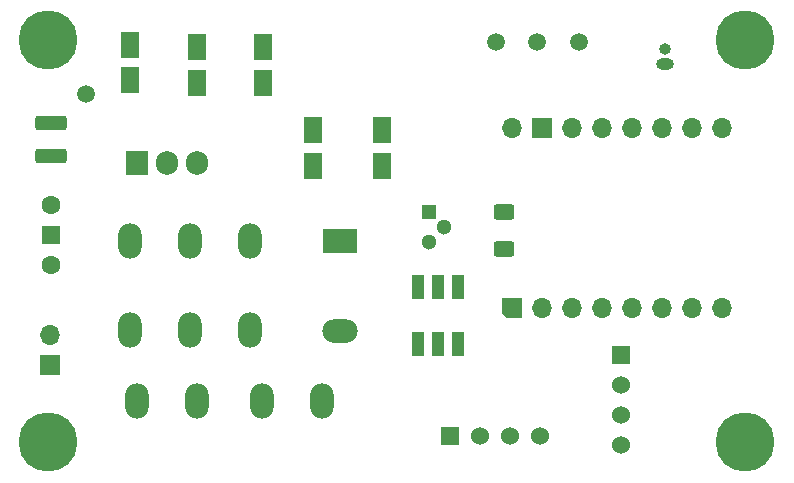
<source format=gbr>
%TF.GenerationSoftware,KiCad,Pcbnew,8.0.4*%
%TF.CreationDate,2024-07-28T00:02:19-04:00*%
%TF.ProjectId,ESP32-C3-WROOM-Node-Temperature,45535033-322d-4433-932d-57524f4f4d2d,rev?*%
%TF.SameCoordinates,Original*%
%TF.FileFunction,Soldermask,Top*%
%TF.FilePolarity,Negative*%
%FSLAX46Y46*%
G04 Gerber Fmt 4.6, Leading zero omitted, Abs format (unit mm)*
G04 Created by KiCad (PCBNEW 8.0.4) date 2024-07-28 00:02:19*
%MOMM*%
%LPD*%
G01*
G04 APERTURE LIST*
G04 Aperture macros list*
%AMRoundRect*
0 Rectangle with rounded corners*
0 $1 Rounding radius*
0 $2 $3 $4 $5 $6 $7 $8 $9 X,Y pos of 4 corners*
0 Add a 4 corners polygon primitive as box body*
4,1,4,$2,$3,$4,$5,$6,$7,$8,$9,$2,$3,0*
0 Add four circle primitives for the rounded corners*
1,1,$1+$1,$2,$3*
1,1,$1+$1,$4,$5*
1,1,$1+$1,$6,$7*
1,1,$1+$1,$8,$9*
0 Add four rect primitives between the rounded corners*
20,1,$1+$1,$2,$3,$4,$5,0*
20,1,$1+$1,$4,$5,$6,$7,0*
20,1,$1+$1,$6,$7,$8,$9,0*
20,1,$1+$1,$8,$9,$2,$3,0*%
%AMOutline5P*
0 Free polygon, 5 corners , with rotation*
0 The origin of the aperture is its center*
0 number of corners: always 5*
0 $1 to $10 corner X, Y*
0 $11 Rotation angle, in degrees counterclockwise*
0 create outline with 5 corners*
4,1,5,$1,$2,$3,$4,$5,$6,$7,$8,$9,$10,$1,$2,$11*%
%AMOutline6P*
0 Free polygon, 6 corners , with rotation*
0 The origin of the aperture is its center*
0 number of corners: always 6*
0 $1 to $12 corner X, Y*
0 $13 Rotation angle, in degrees counterclockwise*
0 create outline with 6 corners*
4,1,6,$1,$2,$3,$4,$5,$6,$7,$8,$9,$10,$11,$12,$1,$2,$13*%
%AMOutline7P*
0 Free polygon, 7 corners , with rotation*
0 The origin of the aperture is its center*
0 number of corners: always 7*
0 $1 to $14 corner X, Y*
0 $15 Rotation angle, in degrees counterclockwise*
0 create outline with 7 corners*
4,1,7,$1,$2,$3,$4,$5,$6,$7,$8,$9,$10,$11,$12,$13,$14,$1,$2,$15*%
%AMOutline8P*
0 Free polygon, 8 corners , with rotation*
0 The origin of the aperture is its center*
0 number of corners: always 8*
0 $1 to $16 corner X, Y*
0 $17 Rotation angle, in degrees counterclockwise*
0 create outline with 8 corners*
4,1,8,$1,$2,$3,$4,$5,$6,$7,$8,$9,$10,$11,$12,$13,$14,$15,$16,$1,$2,$17*%
G04 Aperture macros list end*
%ADD10R,1.600000X2.200000*%
%ADD11R,1.300000X1.300000*%
%ADD12C,1.300000*%
%ADD13C,1.500000*%
%ADD14O,2.000000X3.000000*%
%ADD15R,1.524000X1.524000*%
%ADD16C,1.524000*%
%ADD17RoundRect,0.250000X-0.625000X0.400000X-0.625000X-0.400000X0.625000X-0.400000X0.625000X0.400000X0*%
%ADD18R,1.700000X1.700000*%
%ADD19O,1.700000X1.700000*%
%ADD20R,1.100000X2.000000*%
%ADD21Outline5P,-0.850000X0.425000X-0.425000X0.850000X0.850000X0.850000X0.850000X-0.850000X-0.850000X-0.850000X90.000000*%
%ADD22C,5.000000*%
%ADD23R,1.905000X2.000000*%
%ADD24O,1.905000X2.000000*%
%ADD25RoundRect,0.250000X-1.075000X0.375000X-1.075000X-0.375000X1.075000X-0.375000X1.075000X0.375000X0*%
%ADD26R,3.000000X2.000000*%
%ADD27O,3.000000X2.000000*%
%ADD28O,1.500000X1.000000*%
%ADD29O,1.000000X1.000000*%
%ADD30R,1.500000X1.500000*%
%ADD31C,1.600000*%
G04 APERTURE END LIST*
D10*
%TO.C,C4*%
X131800000Y-65900000D03*
X131800000Y-62900000D03*
%TD*%
D11*
%TO.C,Q1*%
X145830000Y-76830000D03*
D12*
X147100000Y-78100000D03*
X145830000Y-79370000D03*
%TD*%
D13*
%TO.C,3V3*%
X158500000Y-62400000D03*
%TD*%
D14*
%TO.C,J3*%
X136800000Y-92800000D03*
X131720000Y-92800000D03*
%TD*%
D15*
%TO.C,J4*%
X147600000Y-95800000D03*
D16*
X155220000Y-95800000D03*
X152680000Y-95800000D03*
X150140000Y-95800000D03*
%TD*%
D13*
%TO.C,5V*%
X155000000Y-62400000D03*
%TD*%
D15*
%TO.C,U3*%
X162100000Y-88960000D03*
D16*
X162100000Y-91500000D03*
X162100000Y-94040000D03*
X162100000Y-96580000D03*
%TD*%
D17*
%TO.C,R4*%
X152200000Y-76849999D03*
X152200000Y-79950001D03*
%TD*%
D18*
%TO.C,J1*%
X113775000Y-89750000D03*
D19*
X113775000Y-87210000D03*
%TD*%
D20*
%TO.C,D1*%
X144900000Y-88000000D03*
X146600000Y-88000000D03*
X148300000Y-88000000D03*
X148300000Y-83200000D03*
X146600000Y-83200000D03*
X144900000Y-83200000D03*
%TD*%
D10*
%TO.C,C3*%
X136000000Y-72900000D03*
X136000000Y-69900000D03*
%TD*%
D21*
%TO.C,U1*%
X152840000Y-84920000D03*
D19*
X155380000Y-84920000D03*
X157920000Y-84920000D03*
X160460000Y-84920000D03*
X163000000Y-84920000D03*
X165540000Y-84920000D03*
X168080000Y-84920000D03*
X170620000Y-84920000D03*
X170620000Y-69680000D03*
X168080000Y-69680000D03*
X165540000Y-69680000D03*
X163000000Y-69680000D03*
X160460000Y-69680000D03*
X157920000Y-69680000D03*
D18*
X155380000Y-69680000D03*
D19*
X152840000Y-69680000D03*
%TD*%
D13*
%TO.C,GND*%
X151500000Y-62400000D03*
%TD*%
D22*
%TO.C,H1*%
X113600000Y-62300000D03*
X113600000Y-96300000D03*
X172600000Y-96300000D03*
X172600000Y-62300000D03*
%TD*%
D23*
%TO.C,U4*%
X121060000Y-72645000D03*
D24*
X123600000Y-72645000D03*
X126140000Y-72645000D03*
%TD*%
D13*
%TO.C,TP1*%
X116800000Y-66800000D03*
%TD*%
D10*
%TO.C,C2*%
X126200000Y-65900000D03*
X126200000Y-62900000D03*
%TD*%
D25*
%TO.C,D2*%
X113800000Y-69300000D03*
X113800000Y-72100000D03*
%TD*%
D14*
%TO.C,J2*%
X126200000Y-92800000D03*
X121120000Y-92800000D03*
%TD*%
%TO.C,K1*%
X125600000Y-79300000D03*
X130680000Y-79300000D03*
X120520000Y-79300000D03*
X125600000Y-86800000D03*
X130680000Y-86800000D03*
X120520000Y-86800000D03*
D26*
X138300000Y-79300000D03*
D27*
X138300000Y-86920000D03*
%TD*%
D10*
%TO.C,C6*%
X141800000Y-72900000D03*
X141800000Y-69900000D03*
%TD*%
D28*
%TO.C,R2*%
X165800000Y-64270000D03*
D29*
X165800000Y-63000000D03*
%TD*%
D10*
%TO.C,C1*%
X120500000Y-65672600D03*
X120500000Y-62672600D03*
%TD*%
D30*
%TO.C,SW1*%
X113800000Y-78760000D03*
D31*
X113800000Y-76220000D03*
X113800000Y-81300000D03*
%TD*%
M02*

</source>
